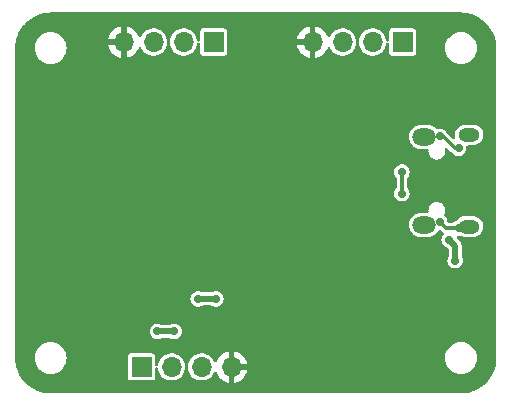
<source format=gbr>
%TF.GenerationSoftware,KiCad,Pcbnew,7.0.1*%
%TF.CreationDate,2023-03-27T05:29:06+01:00*%
%TF.ProjectId,1,312e6b69-6361-4645-9f70-636258585858,rev?*%
%TF.SameCoordinates,Original*%
%TF.FileFunction,Copper,L2,Bot*%
%TF.FilePolarity,Positive*%
%FSLAX46Y46*%
G04 Gerber Fmt 4.6, Leading zero omitted, Abs format (unit mm)*
G04 Created by KiCad (PCBNEW 7.0.1) date 2023-03-27 05:29:06*
%MOMM*%
%LPD*%
G01*
G04 APERTURE LIST*
%TA.AperFunction,ComponentPad*%
%ADD10R,1.700000X1.700000*%
%TD*%
%TA.AperFunction,ComponentPad*%
%ADD11O,1.700000X1.700000*%
%TD*%
%TA.AperFunction,ComponentPad*%
%ADD12O,1.800000X1.150000*%
%TD*%
%TA.AperFunction,ComponentPad*%
%ADD13O,2.000000X1.450000*%
%TD*%
%TA.AperFunction,ViaPad*%
%ADD14C,0.700000*%
%TD*%
%TA.AperFunction,Conductor*%
%ADD15C,0.300000*%
%TD*%
%TA.AperFunction,Conductor*%
%ADD16C,0.500000*%
%TD*%
G04 APERTURE END LIST*
D10*
%TO.P,J3,1,Pin_1*%
%TO.N,+3.3V*%
X116300000Y-52000000D03*
D11*
%TO.P,J3,2,Pin_2*%
%TO.N,/USART1_TX*%
X113760000Y-52000000D03*
%TO.P,J3,3,Pin_3*%
%TO.N,/USART1_RX*%
X111220000Y-52000000D03*
%TO.P,J3,4,Pin_4*%
%TO.N,GND*%
X108680000Y-52000000D03*
%TD*%
D12*
%TO.P,J1,6,Shield*%
%TO.N,unconnected-(J1-Shield-Pad6)*%
X137950000Y-59875000D03*
D13*
X134150000Y-60025000D03*
X134150000Y-67475000D03*
D12*
X137950000Y-67625000D03*
%TD*%
D10*
%TO.P,J4,1,Pin_1*%
%TO.N,+3.3V*%
X110200000Y-79500000D03*
D11*
%TO.P,J4,2,Pin_2*%
%TO.N,/I2C2_SCL*%
X112740000Y-79500000D03*
%TO.P,J4,3,Pin_3*%
%TO.N,/I2C2_SDA*%
X115280000Y-79500000D03*
%TO.P,J4,4,Pin_4*%
%TO.N,GND*%
X117820000Y-79500000D03*
%TD*%
D10*
%TO.P,J2,1,Pin_1*%
%TO.N,+3.3V*%
X132300000Y-52000000D03*
D11*
%TO.P,J2,2,Pin_2*%
%TO.N,/SWDIO*%
X129760000Y-52000000D03*
%TO.P,J2,3,Pin_3*%
%TO.N,/SWCLK*%
X127220000Y-52000000D03*
%TO.P,J2,4,Pin_4*%
%TO.N,GND*%
X124680000Y-52000000D03*
%TD*%
D14*
%TO.N,unconnected-(J1-Shield-Pad6)*%
X132250000Y-63000000D03*
X132250000Y-64849501D03*
X135450500Y-67250000D03*
X137049500Y-67750000D03*
X135450500Y-60000000D03*
X137049500Y-61000000D03*
%TO.N,GND*%
X112250000Y-62250000D03*
%TO.N,+3.3V*%
X136750000Y-70500000D03*
X136250000Y-68750000D03*
%TO.N,GND*%
X121250000Y-63100500D03*
X108500000Y-61000000D03*
X111582366Y-65949500D03*
X104250000Y-61250000D03*
X102750000Y-66000000D03*
%TO.N,+3.3V*%
X112949500Y-76500000D03*
X111550500Y-76500000D03*
X115000000Y-73750000D03*
X116500000Y-73750000D03*
%TO.N,GND*%
X128500000Y-72750000D03*
X132250000Y-71500000D03*
X116750000Y-68000000D03*
X107250000Y-71500000D03*
X128500000Y-69250000D03*
X107000000Y-64000000D03*
X133860000Y-69662500D03*
X128500000Y-68250000D03*
X106250000Y-61250000D03*
X127500000Y-72750000D03*
X113250000Y-71250000D03*
X107250000Y-68750000D03*
X133000000Y-62250000D03*
%TD*%
D15*
%TO.N,unconnected-(J1-Shield-Pad6)*%
X132250000Y-64849501D02*
X132250000Y-63000000D01*
X135950500Y-67750000D02*
X135450500Y-67250000D01*
X137049500Y-67750000D02*
X135950500Y-67750000D01*
X135750000Y-60000000D02*
X136750000Y-61000000D01*
X136750000Y-61000000D02*
X137049500Y-61000000D01*
X135450500Y-60000000D02*
X135750000Y-60000000D01*
D16*
%TO.N,+3.3V*%
X136750000Y-69250000D02*
X136750000Y-70500000D01*
X136250000Y-68750000D02*
X136750000Y-69250000D01*
X112949500Y-76500000D02*
X111550500Y-76500000D01*
X116500000Y-73750000D02*
X115000000Y-73750000D01*
%TD*%
%TA.AperFunction,Conductor*%
%TO.N,GND*%
G36*
X137253243Y-49500669D02*
G01*
X137383379Y-49507490D01*
X137563908Y-49517628D01*
X137576309Y-49518955D01*
X137724990Y-49542504D01*
X137726245Y-49542709D01*
X137885324Y-49569738D01*
X137896606Y-49572202D01*
X138045635Y-49612134D01*
X138047761Y-49612725D01*
X138199174Y-49656347D01*
X138209260Y-49659729D01*
X138354710Y-49715562D01*
X138357599Y-49716714D01*
X138501768Y-49776430D01*
X138510594Y-49780500D01*
X138650064Y-49851565D01*
X138653748Y-49853521D01*
X138743848Y-49903316D01*
X138789548Y-49928574D01*
X138797061Y-49933081D01*
X138928754Y-50018604D01*
X138932947Y-50021452D01*
X139059147Y-50110996D01*
X139065428Y-50115759D01*
X139187567Y-50214665D01*
X139192158Y-50218571D01*
X139307424Y-50321579D01*
X139312478Y-50326358D01*
X139423640Y-50437520D01*
X139428419Y-50442574D01*
X139531427Y-50557840D01*
X139535333Y-50562431D01*
X139634239Y-50684570D01*
X139639002Y-50690851D01*
X139728546Y-50817051D01*
X139731409Y-50821266D01*
X139816907Y-50952921D01*
X139821430Y-50960460D01*
X139896477Y-51096250D01*
X139898433Y-51099934D01*
X139969498Y-51239404D01*
X139973575Y-51248247D01*
X140033259Y-51392337D01*
X140034462Y-51395353D01*
X140090265Y-51540727D01*
X140093655Y-51550836D01*
X140137258Y-51702185D01*
X140137879Y-51704419D01*
X140177791Y-51853370D01*
X140180264Y-51864694D01*
X140207282Y-52023715D01*
X140207507Y-52025087D01*
X140231040Y-52173666D01*
X140232372Y-52186111D01*
X140242498Y-52366421D01*
X140242523Y-52366884D01*
X140249330Y-52496757D01*
X140249500Y-52503247D01*
X140249500Y-78746753D01*
X140249330Y-78753243D01*
X140242523Y-78883114D01*
X140242498Y-78883577D01*
X140232372Y-79063887D01*
X140231040Y-79076332D01*
X140207507Y-79224911D01*
X140207282Y-79226283D01*
X140180264Y-79385304D01*
X140177791Y-79396628D01*
X140137879Y-79545579D01*
X140137258Y-79547813D01*
X140093655Y-79699162D01*
X140090265Y-79709271D01*
X140034462Y-79854645D01*
X140033259Y-79857661D01*
X139973575Y-80001751D01*
X139969498Y-80010594D01*
X139898433Y-80150064D01*
X139896477Y-80153748D01*
X139821430Y-80289538D01*
X139816897Y-80297094D01*
X139731412Y-80428728D01*
X139728546Y-80432947D01*
X139639002Y-80559147D01*
X139634239Y-80565428D01*
X139535333Y-80687567D01*
X139531427Y-80692158D01*
X139428419Y-80807424D01*
X139423640Y-80812478D01*
X139312478Y-80923640D01*
X139307424Y-80928419D01*
X139192158Y-81031427D01*
X139187567Y-81035333D01*
X139065428Y-81134239D01*
X139059147Y-81139002D01*
X138932947Y-81228546D01*
X138928728Y-81231412D01*
X138797094Y-81316897D01*
X138789538Y-81321430D01*
X138653748Y-81396477D01*
X138650064Y-81398433D01*
X138510594Y-81469498D01*
X138501751Y-81473575D01*
X138357661Y-81533259D01*
X138354645Y-81534462D01*
X138209271Y-81590265D01*
X138199162Y-81593655D01*
X138047813Y-81637258D01*
X138045579Y-81637879D01*
X137896628Y-81677791D01*
X137885304Y-81680264D01*
X137726283Y-81707282D01*
X137724911Y-81707507D01*
X137576332Y-81731040D01*
X137563887Y-81732372D01*
X137383577Y-81742498D01*
X137383114Y-81742523D01*
X137253243Y-81749330D01*
X137246753Y-81749500D01*
X102503247Y-81749500D01*
X102496757Y-81749330D01*
X102366884Y-81742523D01*
X102366421Y-81742498D01*
X102186111Y-81732372D01*
X102173666Y-81731040D01*
X102025087Y-81707507D01*
X102023715Y-81707282D01*
X101864694Y-81680264D01*
X101853370Y-81677791D01*
X101704419Y-81637879D01*
X101702185Y-81637258D01*
X101550836Y-81593655D01*
X101540727Y-81590265D01*
X101395353Y-81534462D01*
X101392337Y-81533259D01*
X101248247Y-81473575D01*
X101239404Y-81469498D01*
X101099934Y-81398433D01*
X101096250Y-81396477D01*
X100960460Y-81321430D01*
X100952921Y-81316907D01*
X100821266Y-81231409D01*
X100817051Y-81228546D01*
X100690851Y-81139002D01*
X100684570Y-81134239D01*
X100562431Y-81035333D01*
X100557840Y-81031427D01*
X100442574Y-80928419D01*
X100437520Y-80923640D01*
X100326358Y-80812478D01*
X100321579Y-80807424D01*
X100218571Y-80692158D01*
X100214665Y-80687567D01*
X100182287Y-80647584D01*
X100115757Y-80565426D01*
X100110996Y-80559147D01*
X100021452Y-80432947D01*
X100018604Y-80428754D01*
X99996597Y-80394867D01*
X109049500Y-80394867D01*
X109052414Y-80419988D01*
X109097795Y-80522767D01*
X109177232Y-80602204D01*
X109177233Y-80602204D01*
X109177235Y-80602206D01*
X109280009Y-80647585D01*
X109305135Y-80650500D01*
X111094864Y-80650499D01*
X111094867Y-80650499D01*
X111107427Y-80649041D01*
X111119991Y-80647585D01*
X111222765Y-80602206D01*
X111302206Y-80522765D01*
X111347585Y-80419991D01*
X111350500Y-80394865D01*
X111350499Y-79656046D01*
X111366170Y-79595710D01*
X111409221Y-79550622D01*
X111468772Y-79532181D01*
X111529770Y-79545049D01*
X111576799Y-79585972D01*
X111597970Y-79644607D01*
X111604243Y-79712310D01*
X111662595Y-79917390D01*
X111757631Y-80108252D01*
X111864487Y-80249750D01*
X111886128Y-80278407D01*
X112043698Y-80422052D01*
X112224981Y-80534298D01*
X112423802Y-80611321D01*
X112633390Y-80650500D01*
X112846608Y-80650500D01*
X112846610Y-80650500D01*
X113056198Y-80611321D01*
X113255019Y-80534298D01*
X113436302Y-80422052D01*
X113593872Y-80278407D01*
X113722366Y-80108255D01*
X113722366Y-80108253D01*
X113722368Y-80108252D01*
X113789323Y-79973786D01*
X113817405Y-79917389D01*
X113875756Y-79712310D01*
X113886529Y-79596047D01*
X113906633Y-79538996D01*
X113949410Y-79499999D01*
X114070589Y-79499999D01*
X114113367Y-79538996D01*
X114133471Y-79596048D01*
X114144243Y-79712310D01*
X114202595Y-79917390D01*
X114297631Y-80108252D01*
X114404487Y-80249750D01*
X114426128Y-80278407D01*
X114583698Y-80422052D01*
X114764981Y-80534298D01*
X114963802Y-80611321D01*
X115173390Y-80650500D01*
X115386608Y-80650500D01*
X115386610Y-80650500D01*
X115596198Y-80611321D01*
X115795019Y-80534298D01*
X115976302Y-80422052D01*
X116133872Y-80278407D01*
X116262366Y-80108255D01*
X116329324Y-79973783D01*
X116375722Y-79923213D01*
X116441913Y-79905066D01*
X116507617Y-79924905D01*
X116552705Y-79976651D01*
X116646399Y-80177576D01*
X116781893Y-80371081D01*
X116948918Y-80538106D01*
X117142423Y-80673600D01*
X117356507Y-80773430D01*
X117569999Y-80830635D01*
X117570000Y-80830636D01*
X117570000Y-79750000D01*
X118070000Y-79750000D01*
X118070000Y-80830635D01*
X118283492Y-80773430D01*
X118497576Y-80673600D01*
X118691081Y-80538106D01*
X118858106Y-80371081D01*
X118993600Y-80177576D01*
X119093430Y-79963492D01*
X119150636Y-79750000D01*
X118070000Y-79750000D01*
X117570000Y-79750000D01*
X117570000Y-78169364D01*
X118070000Y-78169364D01*
X118070000Y-79250000D01*
X119150636Y-79250000D01*
X119150635Y-79249999D01*
X119093430Y-79036507D01*
X118993599Y-78822421D01*
X118942889Y-78750000D01*
X135894340Y-78750000D01*
X135914936Y-78985407D01*
X135976096Y-79213662D01*
X135976097Y-79213663D01*
X136075965Y-79427829D01*
X136211505Y-79621401D01*
X136378599Y-79788495D01*
X136572171Y-79924035D01*
X136786337Y-80023903D01*
X137014592Y-80085063D01*
X137191032Y-80100500D01*
X137191034Y-80100500D01*
X137308966Y-80100500D01*
X137308968Y-80100500D01*
X137426593Y-80090208D01*
X137485408Y-80085063D01*
X137713663Y-80023903D01*
X137927829Y-79924035D01*
X138121401Y-79788495D01*
X138288495Y-79621401D01*
X138424035Y-79427830D01*
X138523903Y-79213663D01*
X138585063Y-78985408D01*
X138605659Y-78750000D01*
X138592984Y-78605133D01*
X138585063Y-78514592D01*
X138575053Y-78477235D01*
X138523903Y-78286337D01*
X138424035Y-78072171D01*
X138288495Y-77878599D01*
X138121401Y-77711505D01*
X137927829Y-77575965D01*
X137713663Y-77476097D01*
X137713662Y-77476096D01*
X137485407Y-77414936D01*
X137308968Y-77399500D01*
X137308966Y-77399500D01*
X137191034Y-77399500D01*
X137191032Y-77399500D01*
X137014592Y-77414936D01*
X136786336Y-77476097D01*
X136572170Y-77575965D01*
X136378598Y-77711505D01*
X136211508Y-77878595D01*
X136075964Y-78072172D01*
X135976097Y-78286337D01*
X135914936Y-78514592D01*
X135894340Y-78750000D01*
X118942889Y-78750000D01*
X118858109Y-78628921D01*
X118691081Y-78461893D01*
X118497576Y-78326399D01*
X118283492Y-78226569D01*
X118070000Y-78169364D01*
X117570000Y-78169364D01*
X117569999Y-78169364D01*
X117356507Y-78226569D01*
X117142421Y-78326400D01*
X116948921Y-78461890D01*
X116781890Y-78628921D01*
X116646401Y-78822419D01*
X116552705Y-79023349D01*
X116507617Y-79075094D01*
X116441913Y-79094933D01*
X116375722Y-79076786D01*
X116329324Y-79026216D01*
X116262366Y-78891745D01*
X116262365Y-78891744D01*
X116262365Y-78891743D01*
X116133873Y-78721594D01*
X115976301Y-78577947D01*
X115813645Y-78477235D01*
X115795019Y-78465702D01*
X115795017Y-78465701D01*
X115596198Y-78388679D01*
X115596197Y-78388678D01*
X115386610Y-78349500D01*
X115173390Y-78349500D01*
X115033664Y-78375619D01*
X114963801Y-78388679D01*
X114764982Y-78465701D01*
X114583698Y-78577947D01*
X114426126Y-78721594D01*
X114297631Y-78891747D01*
X114202595Y-79082609D01*
X114144243Y-79287689D01*
X114133471Y-79403951D01*
X114113367Y-79461003D01*
X114070589Y-79499999D01*
X113949410Y-79499999D01*
X113906633Y-79461003D01*
X113886529Y-79403951D01*
X113875756Y-79287689D01*
X113817404Y-79082609D01*
X113722368Y-78891747D01*
X113593873Y-78721594D01*
X113436301Y-78577947D01*
X113273645Y-78477235D01*
X113255019Y-78465702D01*
X113255017Y-78465701D01*
X113056198Y-78388679D01*
X113056197Y-78388678D01*
X112846610Y-78349500D01*
X112633390Y-78349500D01*
X112493664Y-78375619D01*
X112423801Y-78388679D01*
X112224982Y-78465701D01*
X112043698Y-78577947D01*
X111886126Y-78721594D01*
X111757631Y-78891747D01*
X111662595Y-79082609D01*
X111604243Y-79287689D01*
X111597970Y-79355393D01*
X111576799Y-79414029D01*
X111529770Y-79454952D01*
X111468772Y-79467820D01*
X111409221Y-79449379D01*
X111366170Y-79404291D01*
X111350499Y-79343952D01*
X111350499Y-78605133D01*
X111347585Y-78580011D01*
X111347585Y-78580009D01*
X111302206Y-78477235D01*
X111302204Y-78477233D01*
X111302204Y-78477232D01*
X111222767Y-78397795D01*
X111202121Y-78388679D01*
X111119991Y-78352415D01*
X111094865Y-78349500D01*
X111094863Y-78349500D01*
X109305132Y-78349500D01*
X109280011Y-78352414D01*
X109177232Y-78397795D01*
X109097795Y-78477232D01*
X109052415Y-78580009D01*
X109049500Y-78605136D01*
X109049500Y-80394867D01*
X99996597Y-80394867D01*
X99933081Y-80297061D01*
X99928568Y-80289538D01*
X99922415Y-80278405D01*
X99903316Y-80243848D01*
X99853521Y-80153748D01*
X99851565Y-80150064D01*
X99795609Y-80040248D01*
X99780497Y-80010589D01*
X99776430Y-80001768D01*
X99716714Y-79857599D01*
X99715562Y-79854710D01*
X99659729Y-79709260D01*
X99656347Y-79699174D01*
X99612725Y-79547761D01*
X99612134Y-79545635D01*
X99572202Y-79396606D01*
X99569738Y-79385324D01*
X99542709Y-79226245D01*
X99542491Y-79224911D01*
X99518955Y-79076309D01*
X99517628Y-79063908D01*
X99507485Y-78883285D01*
X99507476Y-78883114D01*
X99500669Y-78753243D01*
X99500585Y-78750000D01*
X101144340Y-78750000D01*
X101164936Y-78985407D01*
X101226096Y-79213662D01*
X101226097Y-79213663D01*
X101325965Y-79427829D01*
X101461505Y-79621401D01*
X101628599Y-79788495D01*
X101822171Y-79924035D01*
X102036337Y-80023903D01*
X102264592Y-80085063D01*
X102441032Y-80100500D01*
X102441034Y-80100500D01*
X102558966Y-80100500D01*
X102558968Y-80100500D01*
X102676593Y-80090208D01*
X102735408Y-80085063D01*
X102963663Y-80023903D01*
X103177829Y-79924035D01*
X103371401Y-79788495D01*
X103538495Y-79621401D01*
X103674035Y-79427830D01*
X103773903Y-79213663D01*
X103835063Y-78985408D01*
X103855659Y-78750000D01*
X103835063Y-78514592D01*
X103773903Y-78286337D01*
X103674035Y-78072171D01*
X103538495Y-77878599D01*
X103371401Y-77711505D01*
X103177829Y-77575965D01*
X102963663Y-77476097D01*
X102963662Y-77476096D01*
X102735407Y-77414936D01*
X102558968Y-77399500D01*
X102558966Y-77399500D01*
X102441034Y-77399500D01*
X102441032Y-77399500D01*
X102264592Y-77414936D01*
X102036336Y-77476097D01*
X101822170Y-77575965D01*
X101628598Y-77711505D01*
X101461508Y-77878595D01*
X101325964Y-78072172D01*
X101226097Y-78286337D01*
X101164936Y-78514592D01*
X101144340Y-78750000D01*
X99500585Y-78750000D01*
X99500500Y-78746755D01*
X99500500Y-76500000D01*
X110895221Y-76500000D01*
X110914263Y-76656818D01*
X110970280Y-76804523D01*
X111060015Y-76934528D01*
X111060016Y-76934529D01*
X111060017Y-76934530D01*
X111178260Y-77039283D01*
X111318135Y-77112696D01*
X111471515Y-77150500D01*
X111629485Y-77150500D01*
X111782865Y-77112696D01*
X111874305Y-77064703D01*
X111931931Y-77050500D01*
X112568069Y-77050500D01*
X112625694Y-77064703D01*
X112717135Y-77112696D01*
X112870515Y-77150500D01*
X113028485Y-77150500D01*
X113181865Y-77112696D01*
X113321740Y-77039283D01*
X113439983Y-76934530D01*
X113529720Y-76804523D01*
X113585737Y-76656818D01*
X113604778Y-76500000D01*
X113585737Y-76343182D01*
X113529720Y-76195477D01*
X113439983Y-76065470D01*
X113321740Y-75960717D01*
X113273305Y-75935296D01*
X113181864Y-75887303D01*
X113028485Y-75849500D01*
X112870515Y-75849500D01*
X112717136Y-75887303D01*
X112671263Y-75911379D01*
X112625694Y-75935296D01*
X112568069Y-75949500D01*
X111931931Y-75949500D01*
X111874305Y-75935296D01*
X111782865Y-75887304D01*
X111782864Y-75887303D01*
X111782863Y-75887303D01*
X111629485Y-75849500D01*
X111471515Y-75849500D01*
X111318135Y-75887303D01*
X111178261Y-75960716D01*
X111060015Y-76065471D01*
X110970280Y-76195476D01*
X110914263Y-76343181D01*
X110895221Y-76500000D01*
X99500500Y-76500000D01*
X99500500Y-73749999D01*
X114344721Y-73749999D01*
X114363763Y-73906818D01*
X114419780Y-74054523D01*
X114509515Y-74184528D01*
X114509516Y-74184529D01*
X114509517Y-74184530D01*
X114627760Y-74289283D01*
X114767635Y-74362696D01*
X114921015Y-74400500D01*
X115078985Y-74400500D01*
X115232365Y-74362696D01*
X115323805Y-74314703D01*
X115381431Y-74300500D01*
X116118569Y-74300500D01*
X116176194Y-74314703D01*
X116267635Y-74362696D01*
X116421015Y-74400500D01*
X116578985Y-74400500D01*
X116732365Y-74362696D01*
X116872240Y-74289283D01*
X116990483Y-74184530D01*
X117080220Y-74054523D01*
X117136237Y-73906818D01*
X117155278Y-73750000D01*
X117136237Y-73593182D01*
X117080220Y-73445477D01*
X116990483Y-73315470D01*
X116872240Y-73210717D01*
X116823805Y-73185296D01*
X116732364Y-73137303D01*
X116578985Y-73099500D01*
X116421015Y-73099500D01*
X116267636Y-73137303D01*
X116221763Y-73161379D01*
X116176194Y-73185296D01*
X116118569Y-73199500D01*
X115381431Y-73199500D01*
X115323805Y-73185296D01*
X115232365Y-73137304D01*
X115232364Y-73137303D01*
X115232363Y-73137303D01*
X115078985Y-73099500D01*
X114921015Y-73099500D01*
X114767635Y-73137303D01*
X114627761Y-73210716D01*
X114509515Y-73315471D01*
X114419780Y-73445476D01*
X114363763Y-73593181D01*
X114344721Y-73749999D01*
X99500500Y-73749999D01*
X99500500Y-67475000D01*
X132844538Y-67475000D01*
X132864337Y-67676031D01*
X132864338Y-67676033D01*
X132922977Y-67869341D01*
X133018202Y-68047494D01*
X133025266Y-68056101D01*
X133146352Y-68203647D01*
X133212723Y-68258115D01*
X133302506Y-68331798D01*
X133480659Y-68427023D01*
X133673967Y-68485662D01*
X133824620Y-68500500D01*
X134475379Y-68500500D01*
X134475380Y-68500500D01*
X134626033Y-68485662D01*
X134819341Y-68427023D01*
X134997494Y-68331798D01*
X135153647Y-68203647D01*
X135281798Y-68047494D01*
X135317616Y-67980482D01*
X135355570Y-67937557D01*
X135408776Y-67916279D01*
X135465868Y-67921195D01*
X135514653Y-67951256D01*
X135609130Y-68045733D01*
X135618396Y-68056101D01*
X135640620Y-68083969D01*
X135687864Y-68116180D01*
X135691646Y-68118864D01*
X135729856Y-68147065D01*
X135769346Y-68196052D01*
X135779707Y-68258115D01*
X135758271Y-68317274D01*
X135669780Y-68445476D01*
X135613763Y-68593181D01*
X135594721Y-68750000D01*
X135613763Y-68906818D01*
X135669780Y-69054523D01*
X135759515Y-69184528D01*
X135759516Y-69184529D01*
X135759517Y-69184530D01*
X135877760Y-69289283D01*
X136017635Y-69362696D01*
X136072369Y-69376186D01*
X136130377Y-69408902D01*
X136163181Y-69441706D01*
X136190061Y-69481934D01*
X136199500Y-69529387D01*
X136199500Y-70113780D01*
X136193885Y-70150670D01*
X136177550Y-70184220D01*
X136169780Y-70195476D01*
X136113763Y-70343181D01*
X136094721Y-70500000D01*
X136113763Y-70656818D01*
X136169780Y-70804523D01*
X136259515Y-70934528D01*
X136259516Y-70934529D01*
X136259517Y-70934530D01*
X136377760Y-71039283D01*
X136517635Y-71112696D01*
X136671015Y-71150500D01*
X136828985Y-71150500D01*
X136982365Y-71112696D01*
X137122240Y-71039283D01*
X137240483Y-70934530D01*
X137330220Y-70804523D01*
X137386237Y-70656818D01*
X137405278Y-70500000D01*
X137386237Y-70343182D01*
X137330220Y-70195477D01*
X137322450Y-70184220D01*
X137306115Y-70150670D01*
X137300500Y-70113780D01*
X137300500Y-69261522D01*
X137300572Y-69257289D01*
X137302762Y-69193174D01*
X137293035Y-69153262D01*
X137290665Y-69140794D01*
X137285070Y-69100080D01*
X137277920Y-69083620D01*
X137271180Y-69063578D01*
X137266933Y-69046148D01*
X137246792Y-69010327D01*
X137241149Y-68998964D01*
X137224780Y-68961280D01*
X137213456Y-68947360D01*
X137201559Y-68929880D01*
X137192765Y-68914240D01*
X137163713Y-68885188D01*
X137155205Y-68875761D01*
X137129277Y-68843891D01*
X137114615Y-68833541D01*
X137098444Y-68819919D01*
X136913936Y-68635411D01*
X136885675Y-68591701D01*
X136876865Y-68568471D01*
X136869711Y-68509554D01*
X136890757Y-68454060D01*
X136935181Y-68414703D01*
X136992807Y-68400500D01*
X137128486Y-68400500D01*
X137143423Y-68396818D01*
X137184964Y-68393783D01*
X137225166Y-68404675D01*
X137343800Y-68459561D01*
X137343801Y-68459561D01*
X137343803Y-68459562D01*
X137529784Y-68500500D01*
X138322465Y-68500500D01*
X138322466Y-68500500D01*
X138393390Y-68492786D01*
X138464316Y-68485073D01*
X138644780Y-68424267D01*
X138807954Y-68326089D01*
X138946207Y-68195129D01*
X139053075Y-68037510D01*
X139123562Y-67860602D01*
X139154370Y-67672678D01*
X139144061Y-67482525D01*
X139093114Y-67299033D01*
X139003914Y-67130784D01*
X138880631Y-66985643D01*
X138827794Y-66945477D01*
X138729031Y-66870399D01*
X138556195Y-66790437D01*
X138422707Y-66761054D01*
X138370216Y-66749500D01*
X137577535Y-66749500D01*
X137577534Y-66749500D01*
X137435684Y-66764926D01*
X137255220Y-66825733D01*
X137092047Y-66923910D01*
X136953790Y-67054873D01*
X136940829Y-67073990D01*
X136909062Y-67106157D01*
X136867874Y-67124797D01*
X136817136Y-67137303D01*
X136677258Y-67210718D01*
X136612243Y-67268316D01*
X136573987Y-67291442D01*
X136530017Y-67299500D01*
X136221643Y-67299500D01*
X136164017Y-67285297D01*
X136119593Y-67245940D01*
X136098547Y-67190447D01*
X136092094Y-67137303D01*
X136086737Y-67093182D01*
X136030720Y-66945477D01*
X135940983Y-66815470D01*
X135849379Y-66734317D01*
X135815662Y-66685465D01*
X135808513Y-66626538D01*
X135821346Y-66592718D01*
X135819478Y-66592010D01*
X135824818Y-66577930D01*
X135837297Y-66545023D01*
X135843436Y-66531382D01*
X135859790Y-66500225D01*
X135868212Y-66466050D01*
X135872664Y-66451767D01*
X135873524Y-66449500D01*
X135885140Y-66418872D01*
X135889381Y-66383936D01*
X135892074Y-66369238D01*
X135900500Y-66335056D01*
X135900500Y-66299874D01*
X135901404Y-66284927D01*
X135905645Y-66249999D01*
X135901404Y-66215073D01*
X135900500Y-66200126D01*
X135900500Y-66164944D01*
X135892080Y-66130786D01*
X135889380Y-66116053D01*
X135885140Y-66081128D01*
X135872665Y-66048233D01*
X135868210Y-66033937D01*
X135859790Y-65999776D01*
X135859790Y-65999775D01*
X135843433Y-65968610D01*
X135837297Y-65954975D01*
X135824818Y-65922070D01*
X135804827Y-65893108D01*
X135797082Y-65880297D01*
X135780734Y-65849148D01*
X135757394Y-65822802D01*
X135748178Y-65811038D01*
X135728183Y-65782071D01*
X135728181Y-65782068D01*
X135701847Y-65758739D01*
X135691260Y-65748153D01*
X135667929Y-65721817D01*
X135667925Y-65721814D01*
X135638965Y-65701823D01*
X135627180Y-65692590D01*
X135600851Y-65669265D01*
X135569705Y-65652918D01*
X135556891Y-65645172D01*
X135527929Y-65625181D01*
X135495026Y-65612702D01*
X135481377Y-65606559D01*
X135450227Y-65590211D01*
X135450226Y-65590210D01*
X135450225Y-65590210D01*
X135416048Y-65581785D01*
X135401776Y-65577338D01*
X135368872Y-65564860D01*
X135368867Y-65564858D01*
X135333942Y-65560617D01*
X135319220Y-65557919D01*
X135285059Y-65549500D01*
X135285056Y-65549500D01*
X135114944Y-65549500D01*
X135080779Y-65557920D01*
X135066057Y-65560617D01*
X135031130Y-65564858D01*
X134998227Y-65577336D01*
X134983940Y-65581788D01*
X134949773Y-65590210D01*
X134918613Y-65606563D01*
X134904966Y-65612705D01*
X134872068Y-65625182D01*
X134843108Y-65645171D01*
X134830301Y-65652913D01*
X134799148Y-65669264D01*
X134772807Y-65692599D01*
X134761028Y-65701827D01*
X134732069Y-65721817D01*
X134708737Y-65748153D01*
X134698153Y-65758737D01*
X134671817Y-65782069D01*
X134651827Y-65811028D01*
X134642599Y-65822807D01*
X134619264Y-65849148D01*
X134602913Y-65880301D01*
X134595171Y-65893108D01*
X134575182Y-65922068D01*
X134562705Y-65954966D01*
X134556563Y-65968613D01*
X134540210Y-65999773D01*
X134531788Y-66033940D01*
X134527336Y-66048227D01*
X134514858Y-66081130D01*
X134510617Y-66116057D01*
X134507920Y-66130779D01*
X134499500Y-66164944D01*
X134499500Y-66200126D01*
X134498596Y-66215073D01*
X134494354Y-66250000D01*
X134498596Y-66284927D01*
X134499500Y-66299874D01*
X134499500Y-66325500D01*
X134482887Y-66387500D01*
X134437500Y-66432887D01*
X134375500Y-66449500D01*
X133824620Y-66449500D01*
X133809782Y-66450961D01*
X133673968Y-66464337D01*
X133480656Y-66522978D01*
X133302507Y-66618201D01*
X133146352Y-66746352D01*
X133018201Y-66902507D01*
X132922978Y-67080656D01*
X132864337Y-67273968D01*
X132844538Y-67475000D01*
X99500500Y-67475000D01*
X99500500Y-64849501D01*
X131594721Y-64849501D01*
X131613763Y-65006319D01*
X131669780Y-65154024D01*
X131759515Y-65284029D01*
X131759516Y-65284030D01*
X131759517Y-65284031D01*
X131877760Y-65388784D01*
X132017635Y-65462197D01*
X132171015Y-65500001D01*
X132328985Y-65500001D01*
X132482365Y-65462197D01*
X132622240Y-65388784D01*
X132740483Y-65284031D01*
X132830220Y-65154024D01*
X132886237Y-65006319D01*
X132905278Y-64849501D01*
X132886237Y-64692683D01*
X132830220Y-64544978D01*
X132740483Y-64414971D01*
X132731930Y-64402579D01*
X132731968Y-64402552D01*
X132711425Y-64374634D01*
X132700500Y-64323741D01*
X132700500Y-63525760D01*
X132711425Y-63474867D01*
X132731968Y-63446948D01*
X132731930Y-63446922D01*
X132766658Y-63396608D01*
X132830220Y-63304523D01*
X132886237Y-63156818D01*
X132905278Y-63000000D01*
X132886237Y-62843182D01*
X132830220Y-62695477D01*
X132740483Y-62565470D01*
X132622240Y-62460717D01*
X132608994Y-62453764D01*
X132482364Y-62387303D01*
X132328985Y-62349500D01*
X132171015Y-62349500D01*
X132017635Y-62387303D01*
X131877761Y-62460716D01*
X131759515Y-62565471D01*
X131669780Y-62695476D01*
X131613763Y-62843181D01*
X131594721Y-62999999D01*
X131613763Y-63156818D01*
X131669780Y-63304523D01*
X131768070Y-63446922D01*
X131768031Y-63446948D01*
X131788575Y-63474867D01*
X131799500Y-63525760D01*
X131799500Y-64323741D01*
X131788575Y-64374634D01*
X131768031Y-64402552D01*
X131768070Y-64402579D01*
X131669780Y-64544977D01*
X131613763Y-64692682D01*
X131594721Y-64849501D01*
X99500500Y-64849501D01*
X99500500Y-60025000D01*
X132844538Y-60025000D01*
X132864337Y-60226031D01*
X132922978Y-60419343D01*
X132970589Y-60508417D01*
X133018202Y-60597494D01*
X133030678Y-60612696D01*
X133146352Y-60753647D01*
X133223794Y-60817201D01*
X133302506Y-60881798D01*
X133480659Y-60977023D01*
X133673967Y-61035662D01*
X133824620Y-61050500D01*
X133824621Y-61050500D01*
X134375500Y-61050500D01*
X134437500Y-61067113D01*
X134482887Y-61112500D01*
X134499500Y-61174500D01*
X134499500Y-61200126D01*
X134498596Y-61215073D01*
X134494354Y-61249999D01*
X134498596Y-61284927D01*
X134499500Y-61299874D01*
X134499500Y-61335059D01*
X134507919Y-61369220D01*
X134510617Y-61383942D01*
X134514858Y-61418867D01*
X134527337Y-61451772D01*
X134531785Y-61466048D01*
X134540210Y-61500225D01*
X134540210Y-61500226D01*
X134540211Y-61500227D01*
X134556559Y-61531377D01*
X134562702Y-61545026D01*
X134575181Y-61577929D01*
X134595172Y-61606891D01*
X134602918Y-61619705D01*
X134619265Y-61650851D01*
X134642590Y-61677180D01*
X134651823Y-61688965D01*
X134671814Y-61717925D01*
X134671817Y-61717929D01*
X134698156Y-61741263D01*
X134708739Y-61751847D01*
X134732068Y-61778181D01*
X134732071Y-61778183D01*
X134761038Y-61798178D01*
X134772802Y-61807394D01*
X134799148Y-61830734D01*
X134830293Y-61847080D01*
X134830297Y-61847082D01*
X134843113Y-61854830D01*
X134872068Y-61874817D01*
X134872069Y-61874817D01*
X134872070Y-61874818D01*
X134904975Y-61887297D01*
X134918610Y-61893433D01*
X134949775Y-61909790D01*
X134978180Y-61916791D01*
X134983937Y-61918210D01*
X134998233Y-61922665D01*
X135017439Y-61929948D01*
X135031128Y-61935140D01*
X135066055Y-61939380D01*
X135080779Y-61942078D01*
X135114944Y-61950500D01*
X135157628Y-61950500D01*
X135285053Y-61950500D01*
X135285056Y-61950500D01*
X135319238Y-61942074D01*
X135333936Y-61939381D01*
X135368872Y-61935140D01*
X135401772Y-61922662D01*
X135416050Y-61918212D01*
X135450225Y-61909790D01*
X135481382Y-61893436D01*
X135495023Y-61887297D01*
X135527930Y-61874818D01*
X135556895Y-61854823D01*
X135569702Y-61847082D01*
X135600852Y-61830734D01*
X135627185Y-61807405D01*
X135638962Y-61798176D01*
X135667929Y-61778183D01*
X135691264Y-61751841D01*
X135701841Y-61741264D01*
X135728183Y-61717929D01*
X135748176Y-61688962D01*
X135757405Y-61677185D01*
X135780732Y-61650854D01*
X135780731Y-61650854D01*
X135780734Y-61650852D01*
X135797084Y-61619697D01*
X135804823Y-61606895D01*
X135824818Y-61577930D01*
X135837297Y-61545023D01*
X135843436Y-61531382D01*
X135859790Y-61500225D01*
X135868212Y-61466050D01*
X135872664Y-61451767D01*
X135885140Y-61418872D01*
X135889381Y-61383936D01*
X135892074Y-61369238D01*
X135900500Y-61335056D01*
X135900500Y-61299874D01*
X135901404Y-61284927D01*
X135905645Y-61249999D01*
X135901404Y-61215073D01*
X135900500Y-61200126D01*
X135900500Y-61164944D01*
X135892080Y-61130786D01*
X135889380Y-61116053D01*
X135885764Y-61086270D01*
X135893458Y-61025955D01*
X135928900Y-60976549D01*
X135983568Y-60949932D01*
X136044318Y-60952503D01*
X136096541Y-60983644D01*
X136408630Y-61295733D01*
X136417896Y-61306101D01*
X136440121Y-61333970D01*
X136470640Y-61354777D01*
X136487364Y-61366180D01*
X136491145Y-61368863D01*
X136520444Y-61390487D01*
X136548859Y-61419815D01*
X136559017Y-61434531D01*
X136633172Y-61500225D01*
X136677260Y-61539283D01*
X136817135Y-61612696D01*
X136970515Y-61650500D01*
X137128485Y-61650500D01*
X137281865Y-61612696D01*
X137421740Y-61539283D01*
X137539983Y-61434530D01*
X137629720Y-61304523D01*
X137685737Y-61156818D01*
X137704778Y-61000000D01*
X137691354Y-60889445D01*
X137702422Y-60821342D01*
X137748176Y-60769697D01*
X137814450Y-60750500D01*
X138322466Y-60750500D01*
X138393390Y-60742786D01*
X138464316Y-60735073D01*
X138644780Y-60674267D01*
X138807954Y-60576089D01*
X138946207Y-60445129D01*
X139053075Y-60287510D01*
X139123562Y-60110602D01*
X139154370Y-59922678D01*
X139144061Y-59732525D01*
X139093114Y-59549033D01*
X139003914Y-59380784D01*
X138880631Y-59235643D01*
X138880630Y-59235642D01*
X138729031Y-59120399D01*
X138556195Y-59040437D01*
X138422707Y-59011054D01*
X138370216Y-58999500D01*
X137577535Y-58999500D01*
X137577534Y-58999500D01*
X137435684Y-59014926D01*
X137255220Y-59075733D01*
X137092044Y-59173911D01*
X136962786Y-59296352D01*
X136953793Y-59304871D01*
X136846925Y-59462490D01*
X136846925Y-59462491D01*
X136776438Y-59639397D01*
X136745630Y-59827324D01*
X136755939Y-60017475D01*
X136764912Y-60049794D01*
X136765435Y-60114195D01*
X136733587Y-60170172D01*
X136677958Y-60202625D01*
X136613555Y-60202800D01*
X136557751Y-60170648D01*
X136091368Y-59704265D01*
X136082102Y-59693897D01*
X136059879Y-59666030D01*
X136012608Y-59633801D01*
X136008868Y-59631146D01*
X135979551Y-59609508D01*
X135951138Y-59580181D01*
X135940985Y-59565473D01*
X135940983Y-59565470D01*
X135822740Y-59460717D01*
X135807095Y-59452506D01*
X135682864Y-59387303D01*
X135529485Y-59349500D01*
X135371515Y-59349500D01*
X135371513Y-59349500D01*
X135302500Y-59366509D01*
X135233707Y-59363780D01*
X135176974Y-59324777D01*
X135153647Y-59296353D01*
X135079671Y-59235643D01*
X134997493Y-59168201D01*
X134819343Y-59072978D01*
X134819342Y-59072977D01*
X134819341Y-59072977D01*
X134712074Y-59040438D01*
X134626031Y-59014337D01*
X134491837Y-59001120D01*
X134475380Y-58999500D01*
X133824620Y-58999500D01*
X133809782Y-59000961D01*
X133673968Y-59014337D01*
X133480656Y-59072978D01*
X133302507Y-59168201D01*
X133146352Y-59296352D01*
X133018201Y-59452507D01*
X132922978Y-59630656D01*
X132922977Y-59630658D01*
X132922977Y-59630659D01*
X132920326Y-59639397D01*
X132864337Y-59823968D01*
X132844538Y-60025000D01*
X99500500Y-60025000D01*
X99500500Y-52503245D01*
X99500585Y-52499999D01*
X101144340Y-52499999D01*
X101164936Y-52735407D01*
X101226097Y-52963662D01*
X101226097Y-52963663D01*
X101325965Y-53177829D01*
X101461505Y-53371401D01*
X101628599Y-53538495D01*
X101822171Y-53674035D01*
X102036337Y-53773903D01*
X102264591Y-53835062D01*
X102264592Y-53835063D01*
X102441032Y-53850500D01*
X102441034Y-53850500D01*
X102558966Y-53850500D01*
X102558968Y-53850500D01*
X102676593Y-53840208D01*
X102735408Y-53835063D01*
X102963663Y-53773903D01*
X103177829Y-53674035D01*
X103371401Y-53538495D01*
X103538495Y-53371401D01*
X103674035Y-53177830D01*
X103773903Y-52963663D01*
X103835063Y-52735408D01*
X103855659Y-52500000D01*
X103853365Y-52473785D01*
X103835063Y-52264592D01*
X103831153Y-52250000D01*
X107349364Y-52250000D01*
X107406569Y-52463492D01*
X107506399Y-52677576D01*
X107641893Y-52871081D01*
X107808918Y-53038106D01*
X108002423Y-53173600D01*
X108216507Y-53273430D01*
X108429999Y-53330635D01*
X108430000Y-53330636D01*
X108430000Y-52250000D01*
X107349364Y-52250000D01*
X103831153Y-52250000D01*
X103821054Y-52212310D01*
X103773903Y-52036337D01*
X103674035Y-51822171D01*
X103623501Y-51750000D01*
X107349364Y-51750000D01*
X108430000Y-51750000D01*
X108430000Y-50669364D01*
X108930000Y-50669364D01*
X108930000Y-53330635D01*
X109143492Y-53273430D01*
X109357576Y-53173600D01*
X109551081Y-53038106D01*
X109718106Y-52871081D01*
X109853600Y-52677576D01*
X109947294Y-52476651D01*
X109992381Y-52424905D01*
X110058085Y-52405066D01*
X110124276Y-52423213D01*
X110170676Y-52473784D01*
X110183730Y-52500000D01*
X110237634Y-52608256D01*
X110333656Y-52735408D01*
X110366128Y-52778407D01*
X110523698Y-52922052D01*
X110704981Y-53034298D01*
X110903802Y-53111321D01*
X111113390Y-53150500D01*
X111326608Y-53150500D01*
X111326610Y-53150500D01*
X111536198Y-53111321D01*
X111735019Y-53034298D01*
X111916302Y-52922052D01*
X112073872Y-52778407D01*
X112202366Y-52608255D01*
X112202366Y-52608253D01*
X112202368Y-52608252D01*
X112256270Y-52500000D01*
X112297405Y-52417389D01*
X112355756Y-52212310D01*
X112366529Y-52096047D01*
X112386633Y-52038996D01*
X112429410Y-51999999D01*
X112550589Y-51999999D01*
X112593367Y-52038996D01*
X112613471Y-52096048D01*
X112624243Y-52212310D01*
X112682595Y-52417390D01*
X112777631Y-52608252D01*
X112873656Y-52735408D01*
X112906128Y-52778407D01*
X113063698Y-52922052D01*
X113244981Y-53034298D01*
X113443802Y-53111321D01*
X113653390Y-53150500D01*
X113866608Y-53150500D01*
X113866610Y-53150500D01*
X114076198Y-53111321D01*
X114275019Y-53034298D01*
X114456302Y-52922052D01*
X114613872Y-52778407D01*
X114742366Y-52608255D01*
X114742366Y-52608253D01*
X114742368Y-52608252D01*
X114796270Y-52500000D01*
X114837405Y-52417389D01*
X114895756Y-52212310D01*
X114902029Y-52144605D01*
X114923200Y-52085971D01*
X114970228Y-52045047D01*
X115031226Y-52032179D01*
X115090777Y-52050620D01*
X115133829Y-52095708D01*
X115149500Y-52156047D01*
X115149500Y-52894867D01*
X115152414Y-52919988D01*
X115197795Y-53022767D01*
X115277232Y-53102204D01*
X115277233Y-53102204D01*
X115277235Y-53102206D01*
X115380009Y-53147585D01*
X115405135Y-53150500D01*
X117194864Y-53150499D01*
X117194867Y-53150499D01*
X117207427Y-53149042D01*
X117219991Y-53147585D01*
X117322765Y-53102206D01*
X117402206Y-53022765D01*
X117447585Y-52919991D01*
X117450500Y-52894865D01*
X117450499Y-52250000D01*
X123349364Y-52250000D01*
X123406569Y-52463492D01*
X123506399Y-52677576D01*
X123641893Y-52871081D01*
X123808918Y-53038106D01*
X124002423Y-53173600D01*
X124216507Y-53273430D01*
X124429999Y-53330635D01*
X124430000Y-53330636D01*
X124430000Y-52250000D01*
X123349364Y-52250000D01*
X117450499Y-52250000D01*
X117450499Y-51750000D01*
X123349364Y-51750000D01*
X124430000Y-51750000D01*
X124430000Y-50669364D01*
X124930000Y-50669364D01*
X124930000Y-53330635D01*
X125143492Y-53273430D01*
X125357576Y-53173600D01*
X125551081Y-53038106D01*
X125718106Y-52871081D01*
X125853600Y-52677576D01*
X125947294Y-52476651D01*
X125992381Y-52424905D01*
X126058085Y-52405066D01*
X126124276Y-52423213D01*
X126170676Y-52473784D01*
X126183730Y-52500000D01*
X126237634Y-52608256D01*
X126333656Y-52735408D01*
X126366128Y-52778407D01*
X126523698Y-52922052D01*
X126704981Y-53034298D01*
X126903802Y-53111321D01*
X127113390Y-53150500D01*
X127326608Y-53150500D01*
X127326610Y-53150500D01*
X127536198Y-53111321D01*
X127735019Y-53034298D01*
X127916302Y-52922052D01*
X128073872Y-52778407D01*
X128202366Y-52608255D01*
X128202366Y-52608253D01*
X128202368Y-52608252D01*
X128256270Y-52500000D01*
X128297405Y-52417389D01*
X128355756Y-52212310D01*
X128366529Y-52096047D01*
X128386633Y-52038996D01*
X128429410Y-51999999D01*
X128550589Y-51999999D01*
X128593367Y-52038996D01*
X128613471Y-52096048D01*
X128624243Y-52212310D01*
X128682595Y-52417390D01*
X128777631Y-52608252D01*
X128873656Y-52735408D01*
X128906128Y-52778407D01*
X129063698Y-52922052D01*
X129244981Y-53034298D01*
X129443802Y-53111321D01*
X129653390Y-53150500D01*
X129866608Y-53150500D01*
X129866610Y-53150500D01*
X130076198Y-53111321D01*
X130275019Y-53034298D01*
X130456302Y-52922052D01*
X130613872Y-52778407D01*
X130742366Y-52608255D01*
X130742366Y-52608253D01*
X130742368Y-52608252D01*
X130796270Y-52500000D01*
X130837405Y-52417389D01*
X130895756Y-52212310D01*
X130902029Y-52144605D01*
X130923200Y-52085971D01*
X130970228Y-52045047D01*
X131031226Y-52032179D01*
X131090777Y-52050620D01*
X131133829Y-52095708D01*
X131149500Y-52156047D01*
X131149500Y-52894867D01*
X131152414Y-52919988D01*
X131197795Y-53022767D01*
X131277232Y-53102204D01*
X131277233Y-53102204D01*
X131277235Y-53102206D01*
X131380009Y-53147585D01*
X131405135Y-53150500D01*
X133194864Y-53150499D01*
X133194867Y-53150499D01*
X133207427Y-53149042D01*
X133219991Y-53147585D01*
X133322765Y-53102206D01*
X133402206Y-53022765D01*
X133447585Y-52919991D01*
X133450500Y-52894865D01*
X133450500Y-52499999D01*
X135894340Y-52499999D01*
X135914936Y-52735407D01*
X135976097Y-52963662D01*
X135976097Y-52963663D01*
X136075965Y-53177829D01*
X136211505Y-53371401D01*
X136378599Y-53538495D01*
X136572171Y-53674035D01*
X136786337Y-53773903D01*
X137014591Y-53835062D01*
X137014592Y-53835063D01*
X137191032Y-53850500D01*
X137191034Y-53850500D01*
X137308966Y-53850500D01*
X137308968Y-53850500D01*
X137426593Y-53840208D01*
X137485408Y-53835063D01*
X137713663Y-53773903D01*
X137927829Y-53674035D01*
X138121401Y-53538495D01*
X138288495Y-53371401D01*
X138424035Y-53177830D01*
X138523903Y-52963663D01*
X138585063Y-52735408D01*
X138605659Y-52500000D01*
X138585063Y-52264592D01*
X138523903Y-52036337D01*
X138424035Y-51822171D01*
X138288495Y-51628599D01*
X138121401Y-51461505D01*
X137927829Y-51325965D01*
X137713663Y-51226097D01*
X137713662Y-51226096D01*
X137485407Y-51164936D01*
X137308968Y-51149500D01*
X137308966Y-51149500D01*
X137191034Y-51149500D01*
X137191032Y-51149500D01*
X137014592Y-51164936D01*
X136786336Y-51226097D01*
X136572170Y-51325965D01*
X136378598Y-51461505D01*
X136211508Y-51628595D01*
X136211505Y-51628598D01*
X136211505Y-51628599D01*
X136100109Y-51787690D01*
X136075964Y-51822172D01*
X135976097Y-52036337D01*
X135914936Y-52264592D01*
X135894340Y-52499999D01*
X133450500Y-52499999D01*
X133450499Y-51105136D01*
X133449468Y-51096250D01*
X133447585Y-51080011D01*
X133447585Y-51080009D01*
X133402206Y-50977235D01*
X133402204Y-50977233D01*
X133402204Y-50977232D01*
X133322767Y-50897795D01*
X133302121Y-50888679D01*
X133219991Y-50852415D01*
X133194865Y-50849500D01*
X133194863Y-50849500D01*
X131405132Y-50849500D01*
X131380011Y-50852414D01*
X131277232Y-50897795D01*
X131197795Y-50977232D01*
X131152415Y-51080009D01*
X131149500Y-51105136D01*
X131149500Y-51843950D01*
X131133829Y-51904289D01*
X131090777Y-51949377D01*
X131031226Y-51967818D01*
X130970228Y-51954950D01*
X130923200Y-51914026D01*
X130902029Y-51855390D01*
X130895756Y-51787689D01*
X130850490Y-51628599D01*
X130837405Y-51582611D01*
X130821571Y-51550811D01*
X130742368Y-51391747D01*
X130613873Y-51221594D01*
X130456301Y-51077947D01*
X130293645Y-50977235D01*
X130275019Y-50965702D01*
X130275017Y-50965701D01*
X130076198Y-50888679D01*
X130076197Y-50888678D01*
X129866610Y-50849500D01*
X129653390Y-50849500D01*
X129513664Y-50875619D01*
X129443801Y-50888679D01*
X129244982Y-50965701D01*
X129063698Y-51077947D01*
X128906126Y-51221594D01*
X128777631Y-51391747D01*
X128682595Y-51582609D01*
X128624243Y-51787689D01*
X128613471Y-51903951D01*
X128593367Y-51961003D01*
X128550589Y-51999999D01*
X128429410Y-51999999D01*
X128386633Y-51961003D01*
X128366529Y-51903951D01*
X128355756Y-51787689D01*
X128310490Y-51628599D01*
X128297405Y-51582611D01*
X128281571Y-51550811D01*
X128202368Y-51391747D01*
X128073873Y-51221594D01*
X127916301Y-51077947D01*
X127753645Y-50977235D01*
X127735019Y-50965702D01*
X127735017Y-50965701D01*
X127536198Y-50888679D01*
X127536197Y-50888678D01*
X127326610Y-50849500D01*
X127113390Y-50849500D01*
X126973664Y-50875619D01*
X126903801Y-50888679D01*
X126704982Y-50965701D01*
X126523698Y-51077947D01*
X126366126Y-51221594D01*
X126237631Y-51391747D01*
X126170676Y-51526214D01*
X126124276Y-51576786D01*
X126058085Y-51594933D01*
X125992382Y-51575094D01*
X125947294Y-51523348D01*
X125853599Y-51322421D01*
X125718109Y-51128921D01*
X125551081Y-50961893D01*
X125357576Y-50826399D01*
X125143492Y-50726569D01*
X124930000Y-50669364D01*
X124430000Y-50669364D01*
X124429999Y-50669364D01*
X124216507Y-50726569D01*
X124002421Y-50826400D01*
X123808921Y-50961890D01*
X123641890Y-51128921D01*
X123506400Y-51322421D01*
X123406569Y-51536507D01*
X123349364Y-51749999D01*
X123349364Y-51750000D01*
X117450499Y-51750000D01*
X117450499Y-51105136D01*
X117449468Y-51096250D01*
X117447585Y-51080011D01*
X117447585Y-51080009D01*
X117402206Y-50977235D01*
X117402204Y-50977233D01*
X117402204Y-50977232D01*
X117322767Y-50897795D01*
X117302121Y-50888679D01*
X117219991Y-50852415D01*
X117194865Y-50849500D01*
X117194863Y-50849500D01*
X115405132Y-50849500D01*
X115380011Y-50852414D01*
X115277232Y-50897795D01*
X115197795Y-50977232D01*
X115152415Y-51080009D01*
X115149500Y-51105136D01*
X115149500Y-51843950D01*
X115133829Y-51904289D01*
X115090777Y-51949377D01*
X115031226Y-51967818D01*
X114970228Y-51954950D01*
X114923200Y-51914026D01*
X114902029Y-51855390D01*
X114895756Y-51787689D01*
X114850490Y-51628599D01*
X114837405Y-51582611D01*
X114821571Y-51550811D01*
X114742368Y-51391747D01*
X114613873Y-51221594D01*
X114456301Y-51077947D01*
X114293645Y-50977235D01*
X114275019Y-50965702D01*
X114275017Y-50965701D01*
X114076198Y-50888679D01*
X114076197Y-50888678D01*
X113866610Y-50849500D01*
X113653390Y-50849500D01*
X113513664Y-50875619D01*
X113443801Y-50888679D01*
X113244982Y-50965701D01*
X113063698Y-51077947D01*
X112906126Y-51221594D01*
X112777631Y-51391747D01*
X112682595Y-51582609D01*
X112624243Y-51787689D01*
X112613471Y-51903951D01*
X112593367Y-51961003D01*
X112550589Y-51999999D01*
X112429410Y-51999999D01*
X112386633Y-51961003D01*
X112366529Y-51903951D01*
X112355756Y-51787689D01*
X112310490Y-51628599D01*
X112297405Y-51582611D01*
X112281571Y-51550811D01*
X112202368Y-51391747D01*
X112073873Y-51221594D01*
X111916301Y-51077947D01*
X111753645Y-50977235D01*
X111735019Y-50965702D01*
X111735017Y-50965701D01*
X111536198Y-50888679D01*
X111536197Y-50888678D01*
X111326610Y-50849500D01*
X111113390Y-50849500D01*
X110973664Y-50875619D01*
X110903801Y-50888679D01*
X110704982Y-50965701D01*
X110523698Y-51077947D01*
X110366126Y-51221594D01*
X110237631Y-51391747D01*
X110170676Y-51526214D01*
X110124276Y-51576786D01*
X110058085Y-51594933D01*
X109992382Y-51575094D01*
X109947294Y-51523348D01*
X109853599Y-51322421D01*
X109718109Y-51128921D01*
X109551081Y-50961893D01*
X109357576Y-50826399D01*
X109143492Y-50726569D01*
X108930000Y-50669364D01*
X108430000Y-50669364D01*
X108429999Y-50669364D01*
X108216507Y-50726569D01*
X108002421Y-50826400D01*
X107808921Y-50961890D01*
X107641890Y-51128921D01*
X107506400Y-51322421D01*
X107406569Y-51536507D01*
X107349364Y-51749999D01*
X107349364Y-51750000D01*
X103623501Y-51750000D01*
X103538495Y-51628599D01*
X103371401Y-51461505D01*
X103177829Y-51325965D01*
X102963663Y-51226097D01*
X102963662Y-51226096D01*
X102735407Y-51164936D01*
X102558968Y-51149500D01*
X102558966Y-51149500D01*
X102441034Y-51149500D01*
X102441032Y-51149500D01*
X102264592Y-51164936D01*
X102036336Y-51226097D01*
X101822170Y-51325965D01*
X101628598Y-51461505D01*
X101461508Y-51628595D01*
X101461505Y-51628598D01*
X101461505Y-51628599D01*
X101350109Y-51787690D01*
X101325964Y-51822172D01*
X101226097Y-52036337D01*
X101164936Y-52264592D01*
X101144340Y-52499999D01*
X99500585Y-52499999D01*
X99500670Y-52496756D01*
X99502413Y-52463492D01*
X99507501Y-52366421D01*
X99517628Y-52186087D01*
X99518954Y-52173694D01*
X99542513Y-52024947D01*
X99542700Y-52023809D01*
X99569739Y-51864666D01*
X99572199Y-51853402D01*
X99612150Y-51704305D01*
X99612709Y-51702293D01*
X99656351Y-51550811D01*
X99659724Y-51540753D01*
X99715583Y-51395233D01*
X99716692Y-51392452D01*
X99776439Y-51248212D01*
X99780488Y-51239429D01*
X99851569Y-51099925D01*
X99853521Y-51096250D01*
X99863637Y-51077947D01*
X99928588Y-50960426D01*
X99933065Y-50952962D01*
X100018633Y-50821199D01*
X100021434Y-50817077D01*
X100111010Y-50690832D01*
X100115733Y-50684603D01*
X100214702Y-50562386D01*
X100218532Y-50557885D01*
X100321613Y-50442537D01*
X100326323Y-50437556D01*
X100437556Y-50326323D01*
X100442537Y-50321613D01*
X100557885Y-50218532D01*
X100562386Y-50214702D01*
X100684603Y-50115733D01*
X100690832Y-50111010D01*
X100817077Y-50021434D01*
X100821199Y-50018633D01*
X100952962Y-49933065D01*
X100960426Y-49928588D01*
X101096255Y-49853517D01*
X101099934Y-49851565D01*
X101239429Y-49780488D01*
X101248212Y-49776439D01*
X101392452Y-49716692D01*
X101395233Y-49715583D01*
X101540753Y-49659724D01*
X101550811Y-49656351D01*
X101702293Y-49612709D01*
X101704305Y-49612150D01*
X101853402Y-49572199D01*
X101864666Y-49569739D01*
X102023809Y-49542700D01*
X102024947Y-49542513D01*
X102173694Y-49518954D01*
X102186087Y-49517628D01*
X102366554Y-49507493D01*
X102496756Y-49500669D01*
X102503245Y-49500500D01*
X137246755Y-49500500D01*
X137253243Y-49500669D01*
G37*
%TD.AperFunction*%
%TD*%
M02*

</source>
